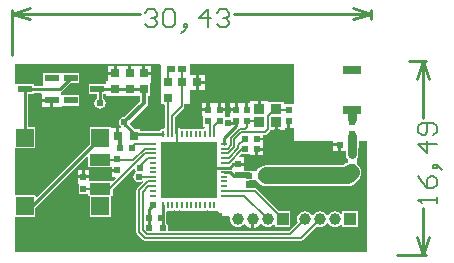
<source format=gtl>
%FSTAX23Y23*%
%MOIN*%
%SFA1B1*%

%IPPOS*%
%ADD10C,0.009843*%
%ADD12C,0.005905*%
%ADD13C,0.007874*%
%ADD15R,0.019685X0.023622*%
%ADD16R,0.023622X0.019685*%
%ADD17R,0.062992X0.031496*%
%ADD18R,0.031496X0.029527*%
%ADD19R,0.045275X0.023622*%
%ADD20R,0.029527X0.031496*%
%ADD21R,0.025591X0.019685*%
%ADD22R,0.037401X0.033465*%
%ADD23R,0.185039X0.185039*%
%ADD24O,0.007874X0.025591*%
%ADD25O,0.025591X0.007874*%
%ADD26R,0.070866X0.039370*%
%ADD43C,0.009055*%
%ADD44C,0.014961*%
%ADD45C,0.009843*%
%ADD46C,0.013780*%
%ADD47C,0.007874*%
%ADD48C,0.005905*%
%ADD49C,0.057874*%
%ADD50C,0.029921*%
%ADD51C,0.020079*%
%ADD52C,0.039370*%
%ADD53R,0.039370X0.039370*%
%ADD54R,0.059055X0.059055*%
%ADD55C,0.024016*%
%ADD56C,0.024016*%
%ADD57C,0.025984*%
%LNfinal_vd-1*%
%LPD*%
G36*
X0035Y00218D02*
X00318D01*
X00317Y00223*
Y00226*
X00267*
X00264Y00229*
Y0023*
X0024*
Y00203*
X0023*
Y0023*
X00206*
Y00222*
X00198*
Y002*
X00188*
Y00222*
X00164*
Y002*
X00159*
Y00195*
X00138*
Y00179*
X00135Y00175*
X00131Y00176*
X00126Y00175*
X00122Y00179*
Y00195*
X00103*
Y002*
X00098*
Y00222*
X00084*
X0007*
Y002*
X00064*
Y00195*
X00045*
Y00178*
X00049*
Y00143*
X00056*
Y00142*
Y00142*
X00052Y00137*
X00051Y00137*
X00047Y00135*
X00043Y00137*
X00039Y00138*
X00035Y00137*
X00032Y00135*
X0003*
X00027Y00137*
X00023Y00138*
X00019Y00137*
X00015Y00135*
X00011Y00137*
X00007Y00138*
X00003Y00137*
X0Y00135*
X0*
X-00003Y00137*
X-00007Y00138*
X-00011Y00137*
X-00015Y00135*
X-00019Y00137*
X-00023Y00138*
X-00027Y00137*
X-00029Y00137*
Y00138*
X-00033Y0014*
X-00034Y00141*
Y00119*
X-00044*
Y00144*
X-00046Y00146*
Y00175*
X-00016Y00205*
X-00014Y00207*
X-00014Y00211*
Y00219*
X00005Y00219*
Y00266*
X00024*
Y00292*
Y00317*
X00005*
Y00353*
X0035*
Y00218*
G37*
G36*
X-00092Y0035D02*
Y00218D01*
X-00083*
X-0008Y00214*
Y00141*
X-00085Y00137*
X-00086Y00138*
X-0009Y00137*
X-00093Y00135*
X-00096Y00131*
X-00096Y00128*
X-00162*
Y00136*
X-00183*
X-00197Y00151*
X-00196Y00151*
X-00196Y00157*
X-0014Y00213*
X-00137Y00217*
X-00136Y00222*
Y00247*
X-00128*
Y00287*
X-00125Y00291*
X-00124Y00293*
Y00296*
Y00316*
X-0015*
Y00321*
X-00155*
Y00346*
X-00192*
Y00321*
X-00201*
Y00346*
X-0024*
Y00321*
X-00244*
Y00316*
X-0027*
Y00296*
X-00275*
X-00275*
Y00286*
X-00333*
Y00251*
X-00307*
Y00236*
X-00309Y00235*
X-00312Y00229*
X-00314Y00222*
X-00312Y00214*
X-00309Y00209*
X-00303Y00205*
X-00296Y00203*
X-00288Y00205*
X-00283Y00209*
X-00279Y00214*
X-00277Y00222*
X-00279Y00229*
X-00283Y00235*
X-00285Y00236*
Y00251*
X-00275*
Y00247*
X-00266*
X-00223*
X-00218*
X-00175*
X-00171*
X-00163*
Y00228*
X-00215Y00177*
X-0022Y00175*
X-00227Y00172*
X-00231Y00166*
X-00232Y00159*
X-00231Y00151*
X-00227Y00146*
X-00226Y00145*
X-00227Y0014*
X-00231*
Y00114*
X-00241*
Y0014*
X-00259*
Y00142*
X-0033*
Y00085*
X-00506Y-0009*
X-00511Y-00088*
Y-00085*
X-00579*
Y00071*
X-00511*
Y00142*
X-00535*
Y00251*
X-00517*
Y00257*
X-00491*
X-0049Y00253*
Y00252*
Y00236*
X-00457*
Y00231*
X-00452*
Y00209*
X-00425*
Y0021*
X-00422Y00213*
X-0042*
X-00364*
Y00249*
X-0042*
X-00422*
X-00425Y00253*
Y00253*
X-00427*
X-00427Y00258*
X-00426Y00258*
X-00422Y00261*
X-00395Y00288*
X-00364*
Y00324*
X-00422*
X-00422Y00323*
X-00429*
Y00324*
X-00486*
Y00288*
Y00288*
Y0028*
X-00517*
Y00286*
X-00574*
X-00579Y00287*
Y00353*
X-00096*
X-00092Y0035*
G37*
G36*
X00338Y00139D02*
X0035D01*
Y00096*
X00351Y00095*
X00481*
Y00089*
X00503*
Y00084*
X00508*
Y00064*
X0052*
X00524Y00061*
Y00051*
X00525Y00042*
X0053Y00036*
Y00031*
Y0003*
Y00026*
Y00025*
Y00024*
X00522Y00021*
X00515Y00015*
Y00015*
X00257*
X00248Y00014*
X0024Y0001*
X00232Y00005*
X00227Y-00002*
X00226Y-00004*
X00222*
X00219*
X00217*
X00203*
X002Y-00003*
X00189*
X00185Y-00001*
Y00014*
X00164*
Y00024*
X00185*
Y00041*
X00171*
X00169Y00046*
X00175Y00051*
X00205*
Y00048*
X00222*
Y00068*
X00227*
Y00072*
X00249*
Y00083*
Y00098*
X00227*
Y00107*
X00249*
Y00115*
X00253*
X00257Y00116*
X0026Y00118*
X0027Y00128*
X00272Y00131*
X00287*
Y00158*
X00297*
Y00131*
X00321*
Y00139*
X00329*
Y00161*
X00338*
Y00139*
G37*
G36*
X00596Y-00275D02*
X-00579D01*
Y-00156*
X-00511*
Y-00126*
X-0034Y00044*
X-00335Y00042*
Y00008*
X-00257*
Y00003*
X-00238*
Y-00006*
X-00257*
Y-00023*
X-00244*
X-00242Y-00027*
X-00253Y-00038*
X-00331*
Y-00029*
X-00351*
X-0037*
Y-00046*
X-00366*
Y-00081*
X-00335*
Y-00089*
X-0033*
Y-00156*
X-00259*
Y-00089*
X-00252*
Y-00063*
X-00185Y00002*
X-0018Y00001*
X-00179Y-00001*
X-00177Y-00004*
X-00178Y-0001*
X-00179Y-00011*
X-00183Y-00016*
X-00184Y-00024*
X-00183Y-00031*
X-00179Y-00037*
X-00172Y-0004*
X-00166Y-00042*
X-00159Y-0004*
X-00153Y-00037*
X-00152*
X-00151Y-00042*
X-00151Y-00042*
X-00171Y-00062*
X-00173Y-00065*
X-00174Y-00068*
Y-00207*
X-00173Y-0021*
X-00171Y-00213*
X-00151Y-00233*
X-00148Y-00235*
X-00144Y-00236*
X00375*
X00379Y-00235*
X00382Y-00233*
X00427Y-00188*
X00431Y-0019*
X00438Y-0019*
X00444Y-0019*
X0045Y-00187*
X00456Y-00183*
X0046Y-00178*
X00462Y-00177*
X00465Y-00178*
X00469Y-00183*
X00475Y-00187*
X00481Y-0019*
X00488Y-0019*
X00494Y-0019*
X005Y-00187*
X00506Y-00183*
X00507Y-00181*
X00512Y-00183*
Y-0019*
X00563*
Y-00139*
X00512*
Y-00146*
X00507Y-00148*
X00506Y-00146*
X005Y-00142*
X00494Y-0014*
X00488Y-00138*
X00481Y-0014*
X00475Y-00142*
X00469Y-00146*
X00465Y-00151*
X00462Y-00152*
X0046Y-00151*
X00456Y-00146*
X0045Y-00142*
X00444Y-0014*
X00438Y-00138*
X00431Y-0014*
X00425Y-00142*
X00419Y-00146*
X00415Y-00151*
X00412Y-00152*
X0041Y-00151*
X00406Y-00146*
X004Y-00142*
X00394Y-0014*
X00388Y-00138*
X00381Y-0014*
X00375Y-00142*
X00369Y-00146*
X00365Y-00151*
X00362Y-00158*
X00362Y-00164*
X00362Y-00171*
X00364Y-00175*
X00334Y-00205*
X-00066*
X-00069Y-00201*
Y-002*
X-00068Y-00193*
X-00069Y-00187*
X-00073Y-00181*
X-00074Y-00176*
Y-00145*
X-00074Y-00141*
X-0007Y-00138*
X-00066Y-00137*
X-00063Y-00135*
X-00062*
X-00059Y-00137*
X-00055Y-00138*
X-00051Y-00137*
X-00047Y-00135*
X-00043Y-00137*
X-00039Y-00138*
X-00035Y-00137*
X-00031Y-00135*
X-00027Y-00137*
X-00023Y-00138*
X-00019Y-00137*
X-00016Y-00135*
X-00014*
X-00011Y-00137*
X-00007Y-00138*
X-00003Y-00137*
X0Y-00135*
X00003Y-00137*
X00007Y-00138*
X00011Y-00137*
X00014Y-00135*
X00016*
X00019Y-00137*
X00023Y-00138*
X00027Y-00137*
X00031Y-00135*
X00035Y-00137*
X00039Y-00138*
X00043Y-00137*
X00047Y-00135*
X00051Y-00137*
X00055Y-00138*
X00059Y-00137*
X00062Y-00135*
X00063*
X00066Y-00137*
X0007Y-00138*
X00074Y-00137*
X00078Y-00135*
X00082Y-00137*
X00086Y-00138*
X0009Y-00137*
X00093Y-00135*
X00112Y-00155*
X00135*
X00136Y-00155*
X00138Y-00159*
X00138Y-00164*
X00138Y-00171*
X00141Y-00177*
X00145Y-00183*
X00151Y-00187*
X00157Y-0019*
X00164Y-0019*
X0017Y-0019*
X00176Y-00187*
X00182Y-00183*
X00183Y-00181*
X00184Y-00181*
X00189Y-00181*
X00192Y-00186*
X00199Y-0019*
X00206Y-00194*
X00209*
Y-00164*
X00218*
Y-00194*
X00221*
X00229Y-0019*
X00235Y-00186*
X00238Y-00181*
X00243Y-00181*
X00244Y-00181*
X00245Y-00183*
X00251Y-00187*
X00257Y-0019*
X00264Y-0019*
X0027Y-0019*
X00276Y-00187*
X00282Y-00183*
X00283Y-00181*
X00288Y-00183*
Y-0019*
X00339*
Y-00139*
X00301*
X00226Y-00064*
X00223Y-00062*
X0022Y-00061*
X00209*
X00209*
X00192*
Y-00036*
X002*
X00201Y-00035*
X00217*
X00219*
X00222*
X00224*
X00226*
X00227Y-00037*
X00232Y-00044*
X0024Y-0005*
X00248Y-00053*
X00257Y-00054*
X00528*
X00529*
X00529*
X00538Y-00053*
X00547Y-0005*
X00554Y-00044*
X00565Y-00034*
X0057Y-00026*
X00574Y-00018*
X00575Y-00009*
X00574Y0*
X0057Y00008*
X00565Y00015*
X00561Y00018*
Y00025*
Y00026*
Y0003*
Y00031*
Y00037*
X00565Y00042*
X00566Y0005*
X00567Y00095*
X00596*
Y-00275*
G37*
%LNfinal_vd-2*%
%LPC*%
G36*
X00054Y00317D02*
X00034D01*
Y00296*
X00054*
Y00317*
G37*
G36*
Y00287D02*
X00034D01*
Y00266*
X00054*
Y00287*
G37*
G36*
X00122Y00222D02*
X00107D01*
Y00205*
X00122*
Y00222*
G37*
G36*
X00153D02*
X00138D01*
Y00205*
X00153*
Y00222*
G37*
G36*
X00059D02*
X00045D01*
Y00205*
X00059*
Y00222*
G37*
G36*
X-00124Y00346D02*
X-00144D01*
Y00326*
X-00124*
Y00346*
G37*
G36*
X-0025D02*
X-0027D01*
Y00326*
X-0025*
Y00346*
G37*
G36*
X-00462Y00226D02*
X-0049D01*
Y00209*
X-00462*
Y00226*
G37*
G36*
X00498Y00079D02*
X00481D01*
Y00064*
X00498*
Y00079*
G37*
G36*
X00249Y00062D02*
X00232D01*
Y00048*
X00249*
Y00062*
G37*
G36*
X-00331Y-00002D02*
X-00346D01*
Y-00019*
X-00331*
Y-00002*
G37*
G36*
X-00355D02*
X-0037D01*
Y-00019*
X-00355*
Y-00002*
G37*
%LNfinal_vd-3*%
%LPD*%
G54D10*
X-00296Y00222D02*
Y0026D01*
Y-0012D02*
X-00294Y-0012D01*
X-00131Y-00161D02*
Y-00131D01*
X-00118Y-00118*
X-00131Y-00194D02*
Y-00161D01*
G54D12*
X0007Y00119D02*
Y00154D01*
X00064Y0016D02*
X0007Y00154D01*
X00064Y0016D02*
Y00161D01*
X-00236Y00114D02*
X-00229Y00108D01*
X-00303Y00268D02*
X-00296Y0026D01*
X-00304Y00268D02*
X-00303Y00268D01*
X-00294Y-00122D02*
X-00294Y-00122D01*
X-00162Y00005D02*
Y00012D01*
X-00147Y0007D02*
X-00119D01*
X-00184Y00034D02*
X-00147Y0007D01*
X-00294Y00034D02*
X-00184D01*
X-00265Y-00064D02*
X-00146Y00055D01*
X-00119*
X-00266Y-00064D02*
X-00265D01*
X-00139Y-00214D02*
X00338D01*
X-00144Y-00227D02*
X00375D01*
X-00152Y-00201D02*
X-00139Y-00214D01*
X00338D02*
X00388Y-00164D01*
X-00164Y-00207D02*
X-00144Y-00227D01*
X00375D02*
X00438Y-00164D01*
X00214D02*
Y-00157D01*
X-00166Y-00024D02*
X-0016D01*
X-00158Y-00022*
X-00156Y-00023*
X-00023Y00023D02*
X0Y0D01*
X-00039Y00039D02*
X-00023Y00023D01*
X00119Y-0007D02*
X00209D01*
X0022*
X00314Y-00164*
X-00131Y-00161D02*
X-00131Y-00161D01*
X-00135Y-00039D02*
X-00119D01*
X-00144Y-00048D02*
X-00135Y-00039D01*
X-00144Y-00048D02*
D01*
X-00164Y-00068D02*
X-00144Y-00048D01*
X-00164Y-00207D02*
Y-00068D01*
X-00134Y-00055D02*
X-00119D01*
X-00152Y-00073D02*
X-00134Y-00055D01*
X-00152Y-00201D02*
Y-00073D01*
X00545Y00084D02*
X00546Y00085D01*
Y00127*
X00545Y00084D02*
X00546D01*
X-00294Y-00063D02*
X-00294Y-00064D01*
X-00351Y-00063D02*
X-00294D01*
X-00294Y-00064D02*
X-00267D01*
X-00266*
X-00023Y00292D02*
X-00023D01*
Y00335*
X00185Y-00086D02*
X00264Y-00164D01*
X00119Y-00086D02*
X00185D01*
X-00055Y00119D02*
Y00179D01*
X-00023Y00211*
Y00292*
X-0007Y00119D02*
D01*
Y00239D01*
X00192Y00161D02*
X00229D01*
X00237Y00153*
X00152Y00075D02*
Y00102D01*
X00134Y00023D02*
X00178Y00068D01*
X00119Y00023D02*
X00134D01*
X00164Y00071D02*
Y00081D01*
X00133Y00039D02*
X00164Y00071D01*
X00119Y00039D02*
X00133D01*
X00131Y00055D02*
X00152Y00075D01*
X00119Y00055D02*
X00131D01*
X0013Y0007D02*
X0014Y00081D01*
X00119Y0007D02*
X0013D01*
X00178Y00068D02*
X00188D01*
X00164Y00081D02*
X00184Y001D01*
X00285Y002D02*
X00333D01*
X00264Y00135D02*
Y00179D01*
X00285Y002*
X0014Y00081D02*
Y00107D01*
X00086Y00119D02*
Y00146D01*
X00101Y00162D02*
X00103Y00161D01*
X00086Y00146D02*
X00101Y00162D01*
X00152Y00102D02*
X00175Y00125D01*
X00253*
X0014Y00107D02*
X0017Y00137D01*
X00187*
X00194Y00144*
Y00161*
X00253Y00125D02*
X00264Y00135D01*
X00827Y-00112D02*
Y-00092D01*
Y-00102*
X00766*
X00777Y-00112*
X00766Y-00022D02*
X00777Y-00042D01*
X00796Y-00062*
X00816*
X00827Y-00052*
Y-00032*
X00816Y-00022*
X00807*
X00796Y-00032*
Y-00062*
X00837Y00007D02*
X00827Y00017D01*
X00816*
Y00007*
X00827*
Y00017*
X00837Y00007*
X00846Y-00002*
X00827Y00087D02*
X00766D01*
X00796Y00057*
Y00097*
X00816Y00117D02*
X00827Y00127D01*
Y00147*
X00816Y00157*
X00777*
X00766Y00147*
Y00127*
X00777Y00117*
X00787*
X00796Y00127*
Y00157*
X-00146Y00524D02*
X-00135Y00535D01*
X-00116*
X-00105Y00524*
Y00514*
X-00116Y00505*
X-00125*
X-00116*
X-00105Y00494*
Y00485*
X-00116Y00475*
X-00135*
X-00146Y00485*
X-00085Y00524D02*
X-00075Y00535D01*
X-00055*
X-00046Y00524*
Y00485*
X-00055Y00475*
X-00075*
X-00085Y00485*
Y00524*
X-00016Y00464D02*
X-00005Y00475D01*
Y00485*
X-00016*
Y00475*
X-00005*
X-00016Y00464*
X-00025Y00455*
X00064Y00475D02*
Y00535D01*
X00033Y00505*
X00074*
X00094Y00524D02*
X00103Y00535D01*
X00124*
X00133Y00524*
Y00514*
X00124Y00505*
X00113*
X00124*
X00133Y00494*
Y00485*
X00124Y00475*
X00103*
X00094Y00485*
G54D13*
X-00039Y00039D02*
Y00119D01*
X-00162Y00012D02*
X-00136Y00039D01*
X-00119*
X-00156Y-00023D02*
X-00119D01*
G54D15*
X00164Y-00019D03*
Y00019D03*
X00194Y00161D03*
Y002D03*
X00159Y00161D03*
Y002D03*
X00546Y00009D03*
Y00048D03*
X00544Y0012D03*
Y00159D03*
X-00351Y-00063D03*
Y-00024D03*
X00064Y002D03*
Y00161D03*
X00333D03*
Y002D03*
X-00238Y-00001D03*
Y00037D03*
X00103Y00161D03*
Y002D03*
G54D16*
X0024Y-0002D03*
X00201D03*
X00188Y00103D03*
X00227D03*
Y00068D03*
X00188D03*
X00503Y00084D03*
X00542D03*
X-0019Y00074D03*
X-00229D03*
X-00131Y-00161D03*
X-00092D03*
G54D17*
X00544Y00333D03*
Y00199D03*
G54D18*
X-0015Y00268D03*
Y00321D03*
X-00196Y00268D03*
Y00321D03*
X-00244Y00268D03*
Y00321D03*
X-0007Y00239D03*
Y00292D03*
G54D19*
X-00393Y00306D03*
Y00231D03*
X-00304Y00268D03*
X-00457Y00231D03*
Y00306D03*
X-00546Y00268D03*
G54D20*
X-00023Y00292D03*
X00029D03*
X-00236Y00114D03*
X-00183D03*
G54D21*
X-00023Y00335D03*
X-0006D03*
G54D22*
X00292Y00158D03*
Y00203D03*
X00235D03*
Y00158D03*
G54D23*
X0Y0D03*
G54D24*
X-00086Y00119D03*
X-0007D03*
X-00055D03*
X-00039D03*
X-00023D03*
X-00007D03*
X00007D03*
X00023D03*
X00039D03*
X00055D03*
X0007D03*
X00086D03*
Y-00119D03*
X0007D03*
X00055D03*
X00039D03*
X00023D03*
X00007D03*
X-00007D03*
X-00023D03*
X-00039D03*
X-00055D03*
X-0007D03*
X-00086D03*
G54D25*
X00119Y00086D03*
Y0007D03*
Y00055D03*
Y00039D03*
Y00023D03*
Y00007D03*
Y-00007D03*
Y-00023D03*
Y-00039D03*
Y-00055D03*
Y-0007D03*
Y-00086D03*
X-00119D03*
Y-0007D03*
Y-00055D03*
Y-00039D03*
Y-00023D03*
Y-00007D03*
Y00007D03*
Y00023D03*
Y00039D03*
Y00055D03*
Y0007D03*
Y00086D03*
G54D26*
X-00294Y-00064D03*
Y00034D03*
G54D43*
X-00214Y00152D02*
X-00179Y00118D01*
X-00214Y00152D02*
Y00159D01*
X-00086Y-00193D02*
Y-00119D01*
X-0007Y00292D02*
Y003D01*
X-00068Y00303*
X00024Y00007D02*
X00137D01*
X00149Y00019D02*
X00165D01*
X00137Y00007D02*
X00149Y00019D01*
X0015Y-0002D02*
X00165D01*
X00137Y-00007D02*
X0015Y-0002D01*
X00119Y-00007D02*
X00137D01*
X-00179Y00118D02*
X-00087D01*
G54D44*
X-0015Y00222D02*
Y00268D01*
X-00214Y00159D02*
X-0015Y00222D01*
G54D45*
X00131Y00157D02*
X00159D01*
X-00522Y-00122D02*
X-00294Y00106D01*
X-00546Y00106D02*
X-00546Y00106D01*
X-00546Y00106D02*
Y00268D01*
X-00305Y00268D02*
X-00304Y00268D01*
X-00196Y00268D02*
X-0015D01*
X-00244D02*
X-00196D01*
X-00303D02*
X-00244D01*
X-0043Y00268D02*
X-00393Y00306D01*
X-00546Y00268D02*
X-0043D01*
X00118Y00087D02*
Y00105D01*
X00131Y00157D02*
X00131Y00157D01*
X00118Y00105D02*
X00159Y00145D01*
Y00161*
X00781Y00362D02*
X00801Y00303D01*
X00761D02*
X00781Y00362D01*
X00761Y-00225D02*
X00781Y-00285D01*
X00801Y-00225*
X00781Y00173D02*
Y00362D01*
Y-00285D02*
Y-00128D01*
X00735Y00362D02*
X0079D01*
X00694Y-00285D02*
X0079D01*
X-00588Y0052D02*
X-00529Y0054D01*
X-00588Y0052D02*
X-00529Y00501D01*
X00548D02*
X00609Y0052D01*
X00548Y0054D02*
X00609Y0052D01*
X-00588D02*
X-00161D01*
X0015D02*
X00609D01*
X-00588Y00381D02*
Y00531D01*
X00609Y00501D02*
Y00531D01*
G54D46*
X-00229Y00074D02*
Y00108D01*
G54D47*
X-00178Y00086D02*
X-00119D01*
X-0019Y00074D02*
X-00178Y00086D01*
G54D48*
X-00068Y00303D02*
Y00329D01*
G54D49*
X00257Y-00019D02*
X00528D01*
X00529D02*
X0054Y-00009D01*
G54D50*
X00545Y00051D02*
X00546Y00111D01*
Y00168D02*
Y00181D01*
G54D51*
X00164Y-00019D02*
X002D01*
G54D52*
X00388Y-00164D03*
X00438D03*
X00488D03*
X00164D03*
X00214D03*
X00264D03*
G54D53*
X00538Y-00164D03*
X00314D03*
G54D54*
X-00546Y-0012D03*
Y00107D03*
X-00294Y-0012D03*
Y00107D03*
G54D55*
X00029Y00335D03*
X-00383Y00268D03*
X-00359Y00117D03*
X-0035Y00011D03*
X-00279Y-00007D03*
X-00162Y00005D03*
X-00496Y-00233D03*
X-00479Y-00035D03*
X-00086Y-00193D03*
X00033Y00255D03*
X-00166Y-00024D03*
X-00001Y00185D03*
X00025Y00188D03*
X-00388Y-00068D03*
X-0052Y00211D03*
X-00296Y00222D03*
X-00185Y00225D03*
X-00426Y00341D03*
X-0019Y-00059D03*
X-00002Y-00155D03*
X00101Y-00153D03*
X00205Y00018D03*
X-00131Y-00194D03*
X00464Y-00068D03*
X00583Y00022D03*
X004Y00079D03*
X00453D03*
X00225Y00338D03*
X00103D03*
X-00565Y00342D03*
X-00557Y-0019D03*
Y-00255D03*
X-0035Y-00229D03*
X-00195Y-00253D03*
X-00063D03*
X00072Y-00255D03*
X00183D03*
X0029Y-00256D03*
X00396Y-00255D03*
X00475D03*
X00583Y-00257D03*
Y-0015D03*
X00583Y-0008D03*
X00585Y00074D03*
X0052Y-00068D03*
X00583Y-0004D03*
X00392Y-00068D03*
X00503Y00027D03*
X00425Y00029D03*
X00359Y00079D03*
X00335Y00242D03*
Y00296D03*
Y00337D03*
X00333Y00129D03*
X-00292Y00322D03*
X-00105Y00321D03*
X-0055Y00022D03*
X00277Y00028D03*
X00131Y002D03*
X-0012Y00179D03*
X00331Y-00068D03*
X00217Y-0005D03*
X00337Y00029D03*
X00231Y0024D03*
X00192Y00233D03*
X00159D03*
X00105D03*
X00131Y00157D03*
X-00118Y-00118D03*
X00259Y00068D03*
Y00101D03*
X00062Y00233D03*
X00294Y00125D03*
G54D56*
X-00214Y00159D03*
G54D57*
X0007Y-0007D03*
X00023D03*
X-00023D03*
X-0007D03*
X0007Y-00023D03*
X00023D03*
X-00023D03*
X-0007D03*
X0007Y00023D03*
X00023D03*
X-00023D03*
X-0007D03*
X0007Y0007D03*
X00023D03*
X-00023D03*
X-0007D03*
M02*
</source>
